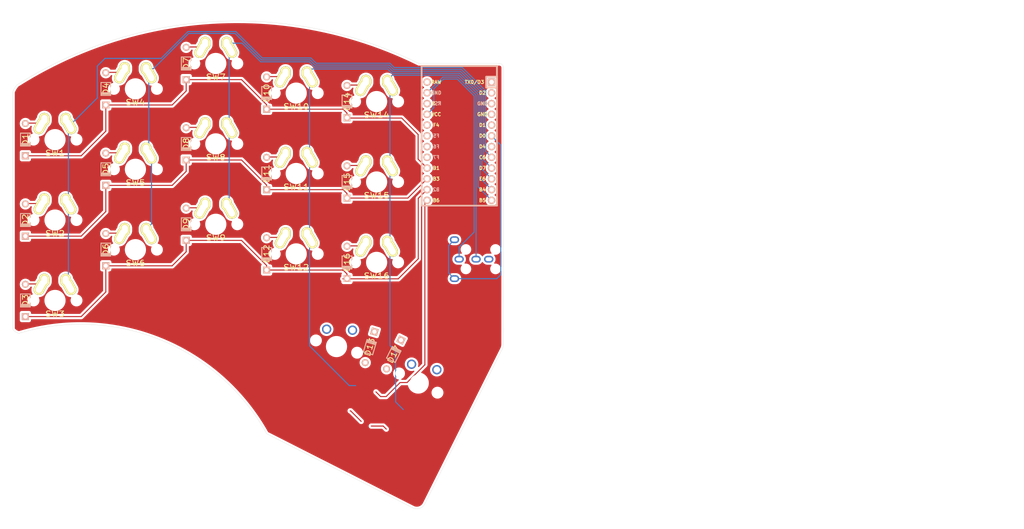
<source format=kicad_pcb>
(kicad_pcb (version 20211014) (generator pcbnew)
  (layers (0 "F.Cu" signal) (31 "B.Cu" signal) (34 "B.Paste" user) (35 "F.Paste" user) (36 "B.SilkS" user "B.Silkscreen") (37 "F.SilkS" user "F.Silkscreen") (38 "B.Mask" user) (39 "F.Mask" user) (44 "Edge.Cuts" user))
  (net 0 "")
  (net 1 "Net-(D1-Pad2)")
  (net 2 "Net-(D2-Pad2)")
  (net 3 "Net-(D3-Pad2)")
  (net 4 "Net-(D5-Pad2)")
  (net 5 "Net-(D6-Pad2)")
  (net 6 "Net-(D7-Pad2)")
  (net 7 "ROW2")
  (net 8 "Net-(D10-Pad2)")
  (net 9 "Net-(D11-Pad2)")
  (net 10 "Net-(D12-Pad2)")
  (net 11 "Net-(D15-Pad2)")
  (net 12 "Net-(D16-Pad2)")
  (net 13 "Net-(D17-Pad2)")
  (net 14 "ROW1")
  (net 15 "ROW3")
  (net 16 "COL0")
  (net 17 "COL1")
  (net 18 "COL2")
  (net 19 "COL3")
  (net 20 "COL4")
  (net 21 "ROW0")
  (net 22 "SDA")
  (net 23 "Net-(D4-Pad2)")
  (net 24 "Net-(D8-Pad2)")
  (net 25 "Net-(D9-Pad2)")
  (net 26 "Net-(D13-Pad2)")
  (net 27 "Net-(D14-Pad2)")
  (net 28 "Net-(U1-Pad3)")
  (net 29 "Net-(U1-Pad2)")
  (footprint "footprints:1u-dual" (layer "F.Cu") (at 106 68)
    (fp_text reference "SW16" (at 0 3.175) (layer "F.SilkS") (effects (font (size 1.27 1.524) (thickness 0.2032))))
    (fp_text value "switch" hide)
    (pad "" np_thru_hole circle locked (at -5.08 0) (size 1.8 1.8) (drill 1.8) (layers *.Cu))
    (pad "" np_thru_hole circle locked (at 0 0) (size 3.9878 3.9878) (drill 3.9878) (layers *.Cu))
    (pad "" np_thru_hole circle locked (at 5.08 0) (size 1.8 1.8) (drill 1.8) (layers *.Cu))
    (pad "1" thru_hole oval locked (at -2.52 -4.79) (size 2.5 3.08) (drill oval 1.5 2.08) (layers *.Cu *.Mask "F.SilkS") (net 12 "Net-(D16-Pad2)"))
    (pad "1" thru_hole oval locked (at -3.405 -3.27 330.95) (size 2.5 4.17) (drill oval 1.5 3.17) (layers *.Cu *.Mask "F.SilkS") (net 12 "Net-(D16-Pad2)"))
    (pad "2" thru_hole oval locked (at 2.52 -4.79) (size 2.5 3.08) (drill oval 1.5 2.08) (layers *.Cu *.Mask "F.SilkS") (net 20 "COL4"))
    (pad "2" thru_hole oval locked (at 3.405 -3.27 29) (size 2.5 4.17) (drill oval 1.5 3.17) (layers *.Cu *.Mask "F.SilkS") (net 20 "COL4"))
  )
  (footprint "footprints:diode" (layer "F.Cu") (at 23 77 -90)
    (fp_text reference "D3" (at 0 0 90) (layer "F.SilkS") (effects (font (size 1.27 1.524) (thickness 0.2032))))
    (fp_text value "D" hide)
    (pad "1" thru_hole rect locked (at 3.81 0 270) (size 1.651 1.651) (drill 0.9906) (layers *.Cu *.SilkS *.Mask) (net 7 "ROW2"))
    (pad "2" thru_hole circle locked (at -3.81 0 270) (size 1.651 1.651) (drill 0.9906) (layers *.Cu *.SilkS *.Mask) (net 3 "Net-(D3-Pad2)"))
  )
  (footprint "footprints:diode" (layer "F.Cu") (at 42 27 -90)
    (fp_text reference "D4" (at 0 0 90) (layer "F.SilkS") (effects (font (size 1.27 1.524) (thickness 0.2032))))
    (fp_text value "D" hide)
    (pad "1" thru_hole rect locked (at 3.81 0 270) (size 1.651 1.651) (drill 0.9906) (layers *.Cu *.SilkS *.Mask) (net 21 "ROW0"))
    (pad "2" thru_hole circle locked (at -3.81 0 270) (size 1.651 1.651) (drill 0.9906) (layers *.Cu *.SilkS *.Mask) (net 23 "Net-(D4-Pad2)"))
  )
  (footprint "footprints:diode" (layer "F.Cu") (at 42 46 -90)
    (fp_text reference "D5" (at 0 0 90) (layer "F.SilkS") (effects (font (size 1.27 1.524) (thickness 0.2032))))
    (fp_text value "D" hide)
    (pad "1" thru_hole rect locked (at 3.81 0 270) (size 1.651 1.651) (drill 0.9906) (layers *.Cu *.SilkS *.Mask) (net 14 "ROW1"))
    (pad "2" thru_hole circle locked (at -3.81 0 270) (size 1.651 1.651) (drill 0.9906) (layers *.Cu *.SilkS *.Mask) (net 4 "Net-(D5-Pad2)"))
  )
  (footprint "footprints:diode" (layer "F.Cu") (at 42 65 -90)
    (fp_text reference "D6" (at 0 0 90) (layer "F.SilkS") (effects (font (size 1.27 1.524) (thickness 0.2032))))
    (fp_text value "D" hide)
    (pad "1" thru_hole rect locked (at 3.81 0 270) (size 1.651 1.651) (drill 0.9906) (layers *.Cu *.SilkS *.Mask) (net 7 "ROW2"))
    (pad "2" thru_hole circle locked (at -3.81 0 270) (size 1.651 1.651) (drill 0.9906) (layers *.Cu *.SilkS *.Mask) (net 5 "Net-(D6-Pad2)"))
  )
  (footprint "footprints:diode" (layer "F.Cu") (at 61 21 -90)
    (fp_text reference "D7" (at 0 0 90) (layer "F.SilkS") (effects (font (size 1.27 1.524) (thickness 0.2032))))
    (fp_text value "D" hide)
    (pad "1" thru_hole rect locked (at 3.81 0 270) (size 1.651 1.651) (drill 0.9906) (layers *.Cu *.SilkS *.Mask) (net 21 "ROW0"))
    (pad "2" thru_hole circle locked (at -3.81 0 270) (size 1.651 1.651) (drill 0.9906) (layers *.Cu *.SilkS *.Mask) (net 6 "Net-(D7-Pad2)"))
  )
  (footprint "footprints:diode" (layer "F.Cu") (at 61 40 -90)
    (fp_text reference "D8" (at 0 0 90) (layer "F.SilkS") (effects (font (size 1.27 1.524) (thickness 0.2032))))
    (fp_text value "D" hide)
    (pad "1" thru_hole rect locked (at 3.81 0 270) (size 1.651 1.651) (drill 0.9906) (layers *.Cu *.SilkS *.Mask) (net 14 "ROW1"))
    (pad "2" thru_hole circle locked (at -3.81 0 270) (size 1.651 1.651) (drill 0.9906) (layers *.Cu *.SilkS *.Mask) (net 24 "Net-(D8-Pad2)"))
  )
  (footprint "footprints:diode" (layer "F.Cu") (at 61 59 -90)
    (fp_text reference "D9" (at 0 0 90) (layer "F.SilkS") (effects (font (size 1.27 1.524) (thickness 0.2032))))
    (fp_text value "D" hide)
    (pad "1" thru_hole rect locked (at 3.81 0 270) (size 1.651 1.651) (drill 0.9906) (layers *.Cu *.SilkS *.Mask) (net 7 "ROW2"))
    (pad "2" thru_hole circle locked (at -3.81 0 270) (size 1.651 1.651) (drill 0.9906) (layers *.Cu *.SilkS *.Mask) (net 25 "Net-(D9-Pad2)"))
  )
  (footprint "footprints:diode" (layer "F.Cu") (at 80 28 -90)
    (fp_text reference "D10" (at 0 0 90) (layer "F.SilkS") (effects (font (size 1.27 1.524) (thickness 0.2032))))
    (fp_text value "D" hide)
    (pad "1" thru_hole rect locked (at 3.81 0 270) (size 1.651 1.651) (drill 0.9906) (layers *.Cu *.SilkS *.Mask) (net 21 "ROW0"))
    (pad "2" thru_hole circle locked (at -3.81 0 270) (size 1.651 1.651) (drill 0.9906) (layers *.Cu *.SilkS *.Mask) (net 8 "Net-(D10-Pad2)"))
  )
  (footprint "footprints:diode" (layer "F.Cu") (at 80 47 -90)
    (fp_text reference "D11" (at 0 0 90) (layer "F.SilkS") (effects (font (size 1.27 1.524) (thickness 0.2032))))
    (fp_text value "D" hide)
    (pad "1" thru_hole rect locked (at 3.81 0 270) (size 1.651 1.651) (drill 0.9906) (layers *.Cu *.SilkS *.Mask) (net 14 "ROW1"))
    (pad "2" thru_hole circle locked (at -3.81 0 270) (size 1.651 1.651) (drill 0.9906) (layers *.Cu *.SilkS *.Mask) (net 9 "Net-(D11-Pad2)"))
  )
  (footprint "footprints:diode" (layer "F.Cu") (at 80 66 -90)
    (fp_text reference "D12" (at 0 0 90) (layer "F.SilkS") (effects (font (size 1.27 1.524) (thickness 0.2032))))
    (fp_text value "D" hide)
    (pad "1" thru_hole rect locked (at 3.81 0 270) (size 1.651 1.651) (drill 0.9906) (layers *.Cu *.SilkS *.Mask) (net 7 "ROW2"))
    (pad "2" thru_hole circle locked (at -3.81 0 270) (size 1.651 1.651) (drill 0.9906) (layers *.Cu *.SilkS *.Mask) (net 10 "Net-(D12-Pad2)"))
  )
  (footprint "footprints:diode" (layer "F.Cu") (at 99 30 -90)
    (fp_text reference "D14" (at 0 0 90) (layer "F.SilkS") (effects (font (size 1.27 1.524) (thickness 0.2032))))
    (fp_text value "D" hide)
    (pad "1" thru_hole rect locked (at 3.81 0 270) (size 1.651 1.651) (drill 0.9906) (layers *.Cu *.SilkS *.Mask) (net 21 "ROW0"))
    (pad "2" thru_hole circle locked (at -3.81 0 270) (size 1.651 1.651) (drill 0.9906) (layers *.Cu *.SilkS *.Mask) (net 27 "Net-(D14-Pad2)"))
  )
  (footprint "footprints:diode" (layer "F.Cu") (at 99 68 -90)
    (fp_text reference "D16" (at 0 0 90) (layer "F.SilkS") (effects (font (size 1.27 1.524) (thickness 0.2032))))
    (fp_text value "D" hide)
    (pad "1" thru_hole rect locked (at 3.81 0 270) (size 1.651 1.651) (drill 0.9906) (layers *.Cu *.SilkS *.Mask) (net 7 "ROW2"))
    (pad "2" thru_hole circle locked (at -3.81 0 270) (size 1.651 1.651) (drill 0.9906) (layers *.Cu *.SilkS *.Mask) (net 12 "Net-(D16-Pad2)"))
  )
  (footprint "footprints:1u-dual" (layer "F.Cu") (at 30 39)
    (fp_text reference "SW1" (at 0 3.175) (layer "F.SilkS") (effects (font (size 1.27 1.524) (thickness 0.2032))))
    (fp_text value "switch" hide)
    (pad "" np_thru_hole circle locked (at 5.08 0) (size 1.8 1.8) (drill 1.8) (layers *.Cu))
    (pad "" np_thru_hole circle locked (at -5.08 0) (size 1.8 1.8) (drill 1.8) (layers *.Cu))
    (pad "" np_thru_hole circle locked (at 0 0) (size 3.9878 3.9878) (drill 3.9878) (layers *.Cu))
    (pad "1" thru_hole oval locked (at -2.52 -4.79) (size 2.5 3.08) (drill oval 1.5 2.08) (layers *.Cu *.Mask "F.SilkS") (net 1 "Net-(D1-Pad2)"))
    (pad "1" thru_hole oval locked (at -3.405 -3.27 330.95) (size 2.5 4.17) (drill oval 1.5 3.17) (layers *.Cu *.Mask "F.SilkS") (net 1 "Net-(D1-Pad2)"))
    (pad "2" thru_hole oval locked (at 3.405 -3.27 29) (size 2.5 4.17) (drill oval 1.5 3.17) (layers *.Cu *.Mask "F.SilkS") (net 16 "COL0"))
    (pad "2" thru_hole oval locked (at 2.52 -4.79) (size 2.5 3.08) (drill oval 1.5 2.08) (layers *.Cu *.Mask "F.SilkS") (net 16 "COL0"))
  )
  (footprint "footprints:1u-dual" (layer "F.Cu") (at 30 58)
    (fp_text reference "SW2" (at 0 3.175) (layer "F.SilkS") (effects (font (size 1.27 1.524) (thickness 0.2032))))
    (fp_text value "switch" hide)
    (pad "" np_thru_hole circle locked (at 0 0) (size 3.9878 3.9878) (drill 3.9878) (layers *.Cu))
    (pad "" np_thru_hole circle locked (at 5.08 0) (size 1.8 1.8) (drill 1.8) (layers *.Cu))
    (pad "" np_thru_hole circle locked (at -5.08 0) (size 1.8 1.8) (drill 1.8) (layers *.Cu))
    (pad "1" thru_hole oval locked (at -3.405 -3.27 330.95) (size 2.5 4.17) (drill oval 1.5 3.17) (layers *.Cu *.Mask "F.SilkS") (net 2 "Net-(D2-Pad2)"))
    (pad "1" thru_hole oval locked (at -2.52 -4.79) (size 2.5 3.08) (drill oval 1.5 2.08) (layers *.Cu *.Mask "F.SilkS") (net 2 "Net-(D2-Pad2)"))
    (pad "2" thru_hole oval locked (at 2.52 -4.79) (size 2.5 3.08) (drill oval 1.5 2.08) (layers *.Cu *.Mask "F.SilkS") (net 16 "COL0"))
    (pad "2" thru_hole oval locked (at 3.405 -3.27 29) (size 2.5 4.17) (drill oval 1.5 3.17) (layers *.Cu *.Mask "F.SilkS") (net 16 "COL0"))
  )
  (footprint "footprints:1u-dual" (layer "F.Cu") (at 30 77)
    (fp_text reference "SW3" (at 0 3.175) (layer "F.SilkS") (effects (font (size 1.27 1.524) (thickness 0.2032))))
    (fp_text value "switch" hide)
    (pad "" np_thru_hole circle locked (at -5.08 0) (size 1.8 1.8) (drill 1.8) (layers *.Cu))
    (pad "" np_thru_hole circle locked (at 5.08 0) (size 1.8 1.8) (drill 1.8) (layers *.Cu))
    (pad "" np_thru_hole circle locked (at 0 0) (size 3.9878 3.9878) (drill 3.9878) (layers *.Cu))
    (pad "1" thru_hole oval locked (at -3.405 -3.27 330.95) (size 2.5 4.17) (drill oval 1.5 3.17) (layers *.Cu *.Mask "F.SilkS") (net 3 "Net-(D3-Pad2)"))
    (pad "1" thru_hole oval locked (at -2.52 -4.79) (size 2.5 3.08) (drill oval 1.5 2.08) (layers *.Cu *.Mask "F.SilkS") (net 3 "Net-(D3-Pad2)"))
    (pad "2" thru_hole oval locked (at 2.52 -4.79) (size 2.5 3.08) (drill oval 1.5 2.08) (layers *.Cu *.Mask "F.SilkS") (net 16 "COL0"))
    (pad "2" thru_hole oval locked (at 3.405 -3.27 29) (size 2.5 4.17) (drill oval 1.5 3.17) (layers *.Cu *.Mask "F.SilkS") (net 16 "COL0"))
  )
  (footprint "footprints:1u-dual" (layer "F.Cu") (at 49 27)
    (fp_text reference "SW4" (at 0 3.175) (layer "F.SilkS") (effects (font (size 1.27 1.524) (thickness 0.2032))))
    (fp_text value "switch" hide)
    (pad "" np_thru_hole circle locked (at -5.08 0) (size 1.8 1.8) (drill 1.8) (layers *.Cu))
    (pad "" np_thru_hole circle locked (at 0 0) (size 3.9878 3.9878) (drill 3.9878) (layers *.Cu))
    (pad "" np_thru_hole circle locked (at 5.08 0) (size 1.8 1.8) (drill 1.8) (layers *.Cu))
    (pad "1" thru_hole oval locked (at -3.405 -3.27 330.95) (size 2.5 4.17) (drill oval 1.5 3.17) (layers *.Cu *.Mask "F.SilkS") (net 23 "Net-(D4-Pad2)"))
    (pad "1" thru_hole oval locked (at -2.52 -4.79) (size 2.5 3.08) (drill oval 1.5 2.08) (layers *.Cu *.Mask "F.SilkS") (net 23 "Net-(D4-Pad2)"))
    (pad "2" thru_hole oval locked (at 2.52 -4.79) (size 2.5 3.08) (drill oval 1.5 2.08) (layers *.Cu *.Mask "F.SilkS") (net 17 "COL1"))
    (pad "2" thru_hole oval locked (at 3.405 -3.27 29) (size 2.5 4.17) (drill oval 1.5 3.17) (layers *.Cu *.Mask "F.SilkS") (net 17 "COL1"))
  )
  (footprint "footprints:1u-dual" (layer "F.Cu") (at 49 46)
    (fp_text reference "SW5" (at 0 3.175) (layer "F.SilkS") (effects (font (size 1.27 1.524) (thickness 0.2032))))
    (fp_text value "switch" hide)
    (pad "" np_thru_hole circle locked (at -5.08 0) (size 1.8 1.8) (drill 1.8) (layers *.Cu))
    (pad "" np_thru_hole circle locked (at 5.08 0) (size 1.8 1.8) (drill 1.8) (layers *.Cu))
    (pad "" np_thru_hole circle locked (at 0 0) (size 3.9878 3.9878) (drill 3.9878) (layers *.Cu))
    (pad "1" thru_hole oval locked (at -2.52 -4.79) (size 2.5 3.08) (drill oval 1.5 2.08) (layers *.Cu *.Mask "F.SilkS") (net 4 "Net-(D5-Pad2)"))
    (pad "1" thru_hole oval locked (at -3.405 -3.27 330.95) (size 2.5 4.17) (drill oval 1.5 3.17) (layers *.Cu *.Mask "F.SilkS") (net 4 "Net-(D5-Pad2)"))
    (pad "2" thru_hole oval locked (at 3.405 -3.27 29) (size 2.5 4.17) (drill oval 1.5 3.17) (layers *.Cu *.Mask "F.SilkS") (net 17 "COL1"))
    (pad "2" thru_hole oval locked (at 2.52 -4.79) (size 2.5 3.08) (drill oval 1.5 2.08) (layers *.Cu *.Mask "F.SilkS") (net 17 "COL1"))
  )
  (footprint "footprints:1u-dual" (layer "F.Cu") (at 49 65)
    (fp_text reference "SW6" (at 0 3.175) (layer "F.SilkS") (effects (font (size 1.27 1.524) (thickness 0.2032))))
    (fp_text value "switch" hide)
    (pad "" np_thru_hole circle locked (at 5.08 0) (size 1.8 1.8) (drill 1.8) (layers *.Cu))
    (pad "" np_thru_hole circle locked (at -5.08 0) (size 1.8 1.8) (drill 1.8) (layers *.Cu))
    (pad "" np_thru_hole circle locked (at 0 0) (size 3.9878 3.9878) (drill 3.9878) (layers *.Cu))
    (pad "1" thru_hole oval locked (at -2.52 -4.79) (size 2.5 3.08) (drill oval 1.5 2.08) (layers *.Cu *.Mask "F.SilkS") (net 5 "Net-(D6-Pad2)"))
    (pad "1" thru_hole oval locked (at -3.405 -3.27 330.95) (size 2.5 4.17) (drill oval 1.5 3.17) (layers *.Cu *.Mask "F.SilkS") (net 5 "Net-(D6-Pad2)"))
    (pad "2" thru_hole oval locked (at 2.52 -4.79) (size 2.5 3.08) (drill oval 1.5 2.08) (layers *.Cu *.Mask "F.SilkS") (net 17 "COL1"))
    (pad "2" thru_hole oval locked (at 3.405 -3.27 29) (size 2.5 4.17) (drill oval 1.5 3.17) (layers *.Cu *.Mask "F.SilkS") (net 17 "COL1"))
  )
  (footprint "footprints:1u-dual" (layer "F.Cu") (at 68 21)
    (fp_text reference "SW7" (at 0 3.175) (layer "F.SilkS") (effects (font (size 1.27 1.524) (thickness 0.2032))))
    (fp_text value "switch" hide)
    (pad "" np_thru_hole circle locked (at 0 0) (size 3.9878 3.9878) (drill 3.9878) (layers *.Cu))
    (pad "" np_thru_hole circle locked (at -5.08 0) (size 1.8 1.8) (drill 1.8) (layers *.Cu))
    (pad "" np_thru_hole circle locked (at 5.08 0) (size 1.8 1.8) (drill 1.8) (layers *.Cu))
    (pad "1" thru_hole oval locked (at -2.52 -4.79) (size 2.5 3.08) (drill oval 1.5 2.08) (layers *.Cu *.Mask "F.SilkS") (net 6 "Net-(D7-Pad2)"))
    (pad "1" thru_hole oval locked (at -3.405 -3.27 330.95) (size 2.5 4.17) (drill oval 1.5 3.17) (layers *.Cu *.Mask "F.SilkS") (net 6 "Net-(D7-Pad2)"))
    (pad "2" thru_hole oval locked (at 3.405 -3.27 29) (size 2.5 4.17) (drill oval 1.5 3.17) (layers *.Cu *.Mask "F.SilkS") (net 18 "COL2"))
    (pad "2" thru_hole oval locked (at 2.52 -4.79) (size 2.5 3.08) (drill oval 1.5 2.08) (layers *.Cu *.Mask "F.SilkS") (net 18 "COL2"))
  )
  (footprint "footprints:1u-dual" (layer "F.Cu") (at 68 40)
    (fp_text reference "SW8" (at 0 3.175) (layer "F.SilkS") (effects (font (size 1.27 1.524) (thickness 0.2032))))
    (fp_text value "switch" hide)
    (pad "" np_thru_hole circle locked (at 5.08 0) (size 1.8 1.8) (drill 1.8) (layers *.Cu))
    (pad "" np_thru_hole circle locked (at 0 0) (size 3.9878 3.9878) (drill 3.9878) (layers *.Cu))
    (pad "" np_thru_hole circle locked (at -5.08 0) (size 1.8 1.8) (drill 1.8) (layers *.Cu))
    (pad "1" thru_hole oval locked (at -3.405 -3.27 330.95) (size 2.5 4.17) (drill oval 1.5 3.17) (layers *.Cu *.Mask "F.SilkS") (net 24 "Net-(D8-Pad2)"))
    (pad "1" thru_hole oval locked (at -2.52 -4.79) (size 2.5 3.08) (drill oval 1.5 2.08) (layers *.Cu *.Mask "F.SilkS") (net 24 "Net-(D8-Pad2)"))
    (pad "2" thru_hole oval locked (at 3.405 -3.27 29) (size 2.5 4.17) (drill oval 1.5 3.17) (layers *.Cu *.Mask "F.SilkS") (net 18 "COL2"))
    (pad "2" thru_hole oval locked (at 2.52 -4.79) (size 2.5 3.08) (drill oval 1.5 2.08) (layers *.Cu *.Mask "F.SilkS") (net 18 "COL2"))
  )
  (footprint "footprints:1u-dual" (layer "F.Cu") (at 68 59)
    (fp_text reference "SW9" (at 0 3.175) (layer "F.SilkS") (effects (font (size 1.27 1.524) (thickness 0.2032))))
    (fp_text value "switch" hide)
    (pad "" np_thru_hole circle locked (at 0 0) (size 3.9878 3.9878) (drill 3.9878) (layers *.Cu))
    (pad "" np_thru_hole circle locked (at -5.08 0) (size 1.8 1.8) (drill 1.8) (layers *.Cu))
    (pad "" np_thru_hole circle locked (at 5.08 0) (size 1.8 1.8) (drill 1.8) (layers *.Cu))
    (pad "1" thru_hole oval locked (at -3.405 -3.27 330.95) (size 2.5 4.17) (drill oval 1.5 3.17) (layers *.Cu *.Mask "F.SilkS") (net 25 "Net-(D9-Pad2)"))
    (pad "1" thru_hole oval locked (at -2.52 -4.79) (size 2.5 3.08) (drill oval 1.5 2.08) (layers *.Cu *.Mask "F.SilkS") (net 25 "Net-(D9-Pad2)"))
    (pad "2" thru_hole oval locked (at 2.52 -4.79) (size 2.5 3.08) (drill oval 1.5 2.08) (layers *.Cu *.Mask "F.SilkS") (net 18 "COL2"))
    (pad "2" thru_hole oval locked (at 3.405 -3.27 29) (size 2.5 4.17) (drill oval 1.5 3.17) (layers *.Cu *.Mask "F.SilkS") (net 18 "COL2"))
  )
  (footprint "footprints:1u-dual" (layer "F.Cu") (at 87 28)
    (fp_text reference "SW10" (at 0 3.175) (layer "F.SilkS") (effects (font (size 1.27 1.524) (thickness 0.2032))))
    (fp_text value "switch" hide)
    (pad "" np_thru_hole circle locked (at 5.08 0) (size 1.8 1.8) (drill 1.8) (layers *.Cu))
    (pad "" np_thru_hole circle locked (at -5.08 0) (size 1.8 1.8) (drill 1.8) (layers *.Cu))
    (pad "" np_thru_hole circle locked (at 0 0) (size 3.9878 3.9878) (drill 3.9878) (layers *.Cu))
    (pad "1" thru_hole oval locked (at -2.52 -4.79) (size 2.5 3.08) (drill oval 1.5 2.08) (layers *.Cu *.Mask "F.SilkS") (net 8 "Net-(D10-Pad2)"))
    (pad "1" thru_hole oval locked (at -3.405 -3.27 330.95) (size 2.5 4.17) (drill oval 1.5 3.17) (layers *.Cu *.Mask "F.SilkS") (net 8 "Net-(D10-Pad2)"))
    (pad "2" thru_hole oval locked (at 2.52 -4.79) (size 2.5 3.08) (drill oval 1.5 2.08) (layers *.Cu *.Mask "F.SilkS") (net 19 "COL3"))
    (pad "2" thru_hole oval locked (at 3.405 -3.27 29) (size 2.5 4.17) (drill oval 1.5 3.17) (layers *.Cu *.Mask "F.SilkS") (net 19 "COL3"))
  )
  (footprint "footprints:1u-dual" (layer "F.Cu") (at 87 47)
    (fp_text reference "SW11" (at 0 3.175) (layer "F.SilkS") (effects (font (size 1.27 1.524) (thickness 0.2032))))
    (fp_text value "switch" hide)
    (pad "" np_thru_hole circle locked (at 0 0) (size 3.9878 3.9878) (drill 3.9878) (layers *.Cu))
    (pad "" np_thru_hole circle locked (at -5.08 0) (size 1.8 1.8) (drill 1.8) (layers *.Cu))
    (pad "" np_thru_hole circle locked (at 5.08 0) (size 1.8 1.8) (drill 1.8) (layers *.Cu))
    (pad "1" thru_hole oval locked (at -2.52 -4.79) (size 2.5 3.08) (drill oval 1.5 2.08) (layers *.Cu *.Mask "F.SilkS") (net 9 "Net-(D11-Pad2)"))
    (pad "1" thru_hole oval locked (at -3.405 -3.27 330.95) (size 2.5 4.17) (drill oval 1.5 3.17) (layers *.Cu *.Mask "F.SilkS") (net 9 "Net-(D11-Pad2)"))
    (pad "2" thru_hole oval locked (at 3.405 -3.27 29) (size 2.5 4.17) (drill oval 1.5 3.17) (layers *.Cu *.Mask "F.SilkS") (net 19 "COL3"))
    (pad "2" thru_hole oval locked (at 2.52 -4.79) (size 2.5 3.08) (drill oval 1.5 2.08) (layers *.Cu *.Mask "F.SilkS") (net 19 "COL3"))
  )
  (footprint "footprints:1u-dual" (layer "F.Cu") (at 87 66)
    (fp_text reference "SW12" (at 0 3.175) (layer "F.SilkS") (effects (font (size 1.27 1.524) (thickness 0.2032))))
    (fp_text value "switch" hide)
    (pad "" np_thru_hole circle locked (at -5.08 0) (size 1.8 1.8) (drill 1.8) (layers *.Cu))
    (pad "" np_thru_hole circle locked (at 0 0) (size 3.9878 3.9878) (drill 3.9878) (layers *.Cu))
    (pad "" np_thru_hole circle locked (at 5.08 0) (size 1.8 1.8) (drill 1.8) (layers *.Cu))
    (pad "1" thru_hole oval locked (at -2.52 -4.79) (size 2.5 3.08) (drill oval 1.5 2.08) (layers *.Cu *.Mask "F.SilkS") (net 10 "Net-(D12-Pad2)"))
    (pad "1" thru_hole oval locked (at -3.405 -3.27 330.95) (size 2.5 4.17) (drill oval 1.5 3.17) (layers *.Cu *.Mask "F.SilkS") (net 10 "Net-(D12-Pad2)"))
    (pad "2" thru_hole oval locked (at 2.52 -4.79) (size 2.5 3.08) (drill oval 1.5 2.08) (layers *.Cu *.Mask "F.SilkS") (net 19 "COL3"))
    (pad "2" thru_hole oval locked (at 3.405 -3.27 29) (size 2.5 4.17) (drill oval 1.5 3.17) (layers *.Cu *.Mask "F.SilkS") (net 19 "COL3"))
  )
  (footprint "footprints:1u-dual" (layer "F.Cu") (at 106 30)
    (fp_text reference "SW14" (at 0 3.175) (layer "F.SilkS") (effects (font (size 1.27 1.524) (thickness 0.2032))))
    (fp_text value "switch" hide)
    (pad "" np_thru_hole circle locked (at 5.08 0) (size 1.8 1.8) (drill 1.8) (layers *.Cu))
    (pad "" np_thru_hole circle locked (at 0 0) (size 3.9878 3.9878) (drill 3.9878) (layers *.Cu))
    (pad "" np_thru_hole circle locked (at -5.08 0) (size 1.8 1.8) (drill 1.8) (layers *.Cu))
    (pad "1" thru_hole oval locked (at -3.405 -3.27 330.95) (size 2.5 4.17) (drill oval 1.5 3.17) (layers *.Cu *.Mask "F.SilkS") (net 27 "Net-(D14-Pad2)"))
    (pad "1" thru_hole oval locked (at -2.52 -4.79) (size 2.5 3.08) (drill oval 1.5 2.08) (layers *.Cu *.Mask "F.SilkS") (net 27 "Net-(D14-Pad2)"))
    (pad "2" thru_hole oval locked (at 3.405 -3.27 29) (size 2.5 4.17) (drill oval 1.5 3.17) (layers *.Cu *.Mask "F.SilkS") (net 20 "COL4"))
    (pad "2" thru_hole oval locked (at 2.52 -4.79) (size 2.5 3.08) (drill oval 1.5 2.08) (layers *.Cu *.Mask "F.SilkS") (net 20 "COL4"))
  )
  (footprint "footprints:1u-dual" (layer "F.Cu") (at 106 49)
    (fp_text reference "SW15" (at 0 3.175) (layer "F.SilkS") (effects (font (size 1.27 1.524) (thickness 0.2032))))
    (fp_text value "switch" hide)
    (pad "" np_thru_hole circle locked (at 0 0) (size 3.9878 3.9878) (drill 3.9878) (layers *.Cu))
    (pad "" np_thru_hole circle locked (at 5.08 0) (size 1.8 1.8) (drill 1.8) (layers *.Cu))
    (pad "" np_thru_hole circle locked (at -5.08 0) (size 1.8 1.8) (drill 1.8) (layers *.Cu))
    (pad "1" thru_hole oval locked (at -2.52 -4.79) (size 2.5 3.08) (drill oval 1.5 2.08) (layers *.Cu *.Mask "F.SilkS") (net 11 "Net-(D15-Pad2)"))
    (pad "1" thru_hole oval locked (at -3.405 -3.27 330.95) (size 2.5 4.17) (drill oval 1.5 3.17) (layers *.Cu *.Mask "F.SilkS") (net 11 "Net-(D15-Pad2)"))
    (pad "2" thru_hole oval locked (at 2.52 -4.79) (size 2.5 3.08) (drill oval 1.5 2.08) (layers *.Cu *.Mask "F.SilkS") (net 20 "COL4"))
    (pad "2" thru_hole oval locked (at 3.405 -3.27 29) (size 2.5 4.17) (drill oval 1.5 3.17) (layers *.Cu *.Mask "F.SilkS") (net 20 "COL4"))
  )
  (footprint "footprints:diode" (layer "F.Cu") (at 23 39 -90)
    (fp_text reference "D1" (at 0 0 90) (layer "F.SilkS") (effects (font (size 1.27 1.524) (thickness 0.2032))))
    (fp_text value "D" hide)
    (pad "1" thru_hole rect locked (at 3.81 0 270) (size 1.651 1.651) (drill 0.9906) (layers *.Cu *.SilkS *.Mask) (net 21 "ROW0"))
    (pad "2" thru_hole circle locked (at -3.81 0 270) (size 1.651 1.651) (drill 0.9906) (layers *.Cu *.SilkS *.Mask) (net 1 "Net-(D1-Pad2)"))
  )
  (footprint "footprints:diode" (layer "F.Cu") (at 104.397119 88.037509 73.4)
    (fp_text reference "D13" (at 0 0 73.4) (layer "F.SilkS") (effects (font (size 1.27 1.524) (thickness 0.2032))))
    (fp_text value "D" hide)
    (pad "1" thru_hole rect locked (at 3.81 0 73.4) (size 1.651 1.651) (drill 0.9906) (layers *.Cu *.SilkS *.Mask) (net 15 "ROW3"))
    (pad "2" thru_hole circle locked (at -3.81 0 73.4) (size 1.651 1.651) (drill 0.9906) (layers *.Cu *.SilkS *.Mask) (net 26 "Net-(D13-Pad2)"))
  )
  (footprint "footprints:diode" (layer "F.Cu") (at 110.054038 89.766728 63.4)
    (fp_text reference "D17" (at 0 0 63.4) (layer "F.SilkS") (effects (font (size 1.27 1.524) (thickness 0.2032))))
    (fp_text value "D" hide)
    (pad "1" thru_hole rect locked (at 3.81 0 63.4) (size 1.651 1.651) (drill 0.9906) (layers *.Cu *.SilkS *.Mask) (net 15 "ROW3"))
    (pad "2" thru_hole circle locked (at -3.81 0 63.4) (size 1.651 1.651) (drill 0.9906) (layers *.Cu *.SilkS *.Mask) (net 13 "Net-(D17-Pad2)"))
  )
  (footprint "footprints:1u-minimal" (layer "F.Cu") (at 96.52 87.9 -16.6)
    (fp_text reference "SW13" hide)
    (fp_text value "switch" hide)
    (pad "" np_thru_hole circle locked (at 5.08 0 343.4) (size 1.8 1.8) (drill 1.8) (layers *.Cu *.Mask))
    (pad "" np_thru_hole circle locked (at 0 0 343.4) (size 3.9878 3.9878) (drill 3.9878) (layers *.Cu *.Mask))
    (pad "" np_thru_hole circle locked (at -5.08 0 343.4) (size 1.8 1.8) (drill 1.8) (layers *.Cu *.Mask))
    (pad "1" thru_hole circle locked (at -3.405 -3.27 12.4) (size 2.2 2.2) (drill 1.5) (layers *.Cu *.Mask) (net 19 "COL3"))
    (pad "2" thru_hole circle locked (at 2.52 -4.79 343.4) (size 2.2 2.2) (drill 1.5) (layers *.Cu *.Mask) (net 26 "Net-(D13-Pad2)"))
  )
  (footprint "footprints:1u-minimal" (layer "F.Cu") (at 115.84 96.52 -26.6)
    (fp_text reference "SW17" hide)
    (fp_text value "switch" hide)
    (pad "" np_thru_hole circle locked (at -5.08 0 333.4) (size 1.8 1.8) (drill 1.8) (layers *.Cu *.Mask))
    (pad "" np_thru_hole circle locked (at 5.08 0 333.4) (size 1.8 1.8) (drill 1.8) (layers *.Cu *.Mask))
    (pad "" np_thru_hole circle locked (at 0 0 333.4) (size 3.9878 3.9878) (drill 3.9878) (layers *.Cu *.Mask))
    (pad "1" thru_hole circle locked (at -3.405 -3.27 2.4) (size 2.2 2.2) (drill 1.5) (layers *.Cu *.Mask) (net 13 "Net-(D17-Pad2)"))
    (pad "2" thru_hole circle locked (at 2.52 -4.79 333.4) (size 2.2 2.2) (drill 1.5) (layers *.Cu *.Mask) (net 20 "COL4"))
  )
  (footprint "footprints:diode" (layer "F.Cu") (at 23 58 -90)
    (fp_text reference "D2" (at 0 0 90) (layer "F.SilkS") (effects (font (size 1.27 1.524) (thickness 0.2032))))
    (fp_text value "D" hide)
    (pad "1" thru_hole rect locked (at 3.81 0 270) (size 1.651 1.651) (drill 0.9906) (layers *.Cu *.SilkS *.Mask) (net 14 "ROW1"))
    (pad "2" thru_hole circle locked (at -3.81 0 270) (size 1.651 1.651) (drill 0.9906) (layers *.Cu *.SilkS *.Mask) (net 2 "Net-(D2-Pad2)"))
  )
  (footprint "footprints:diode" (layer "F.Cu") (at 99 49 -90)
    (fp_text reference "D15" (at 0 0 90) (layer "F.SilkS") (effects (font (size 1.27 1.524) (thickness 0.2032))))
    (fp_text value "D" hide)
    (pad "1" thru_hole rect locked (at 3.81 0 270) (size 1.651 1.651) (drill 0.9906) (layers *.Cu *.SilkS *.Mask) (net 14 "ROW1"))
    (pad "2" thru_hole circle locked (at -3.81 0 270) (size 1.651 1.651) (drill 0.9906) (layers *.Cu *.SilkS *.Mask) (net 11 "Net-(D15-Pad2)"))
  )
  (footprint "footprints:trrs" (layer "B.Cu") (at 135.7 67.25 90)
    (fp_text reference "U1")
    (fp_text value "TRRS")
    (pad "" np_thru_hole circle locked (at -2.3 -1.6 90) (size 1.5 1.5) (drill 1.5) (layers *.Cu *.Mask))
    (pad "" np_thru_hole circle locked (at 2.3 -8.6 90) (size 1.5 1.5) (drill 1.5) (layers *.Cu *.Mask))
    (pad "" np_thru_hole circle locked (at -2.3 -8.6 90) (size 1.5 1.5) (drill 1.5) (layers *.Cu *.Mask))
    (pad "" np_thru_hole circle locked (at 2.3 -1.6 90) (size 1.5 1.5) (drill 1.5) (layers *.Cu *.Mask))
    (pad "1" thru_hole oval locked (at 4.6 -11.3 90) (size 1.6 2.2) (drill oval 0.9 1.5) (layers *.Cu *.Mask) (net 22 "SDA"))
    (pad "1" thru_hole oval locked (at -4.6 -11.3 90) (size 1.6 2.2) (drill oval 0.9 1.5) (layers *.Cu *.Mask) (net 22 "SDA"))
    (pad "2" thru_hole oval locked (at 0 -10.2 90) (size 1.6 2.2) (drill oval 0.9 1.5) (layers *.Cu *.Mask) (net 29 "Net-(U1-Pad2)"))
    (pad "3" thru_hole oval locked (at 0 -6.2 90) (size 1.6 2.2) (drill oval 0.9 1.5) (layers *.Cu *.Mask) (net 28 "Net-(U1-Pad3)"))
    (pad "4" thru_hole oval locked (at 0 -3.2 90) (size 1.6 2.2) (drill oval 0.9 1.5) (layers *.Cu *.Mask))
  )
  (footprint "footprints:promicro" (layer "B.Cu") (at 125.54 39.37 -90)
    (fp_text reference "U2" hide)
    (fp_text value "ProMicro" hide)
    (fp_text user "GND" (at -11.43 5.461 180) (layer "B.SilkS") (effects (font (size 0.8 0.8)) (justify mirror)))
    (fp_text user "F7" (at 3.81 5.461 180) (layer "B.SilkS") (effects (font (size 0.8 0.8)) (justify mirror)))
    (fp_text user "ST" (at -8.92 5.73312 180) (layer "B.SilkS") (effects (font (size 0.8 0.8)) (justify mirror)))
    (fp_text user "F6" (at 1.27 5.461 180) (layer "B.SilkS") (effects (font (size 0.8 0.8)) (justify mirror)))
    (fp_text user "F5" (at -1.27 5.461 180) (layer "B.SilkS") (effects (font (size 0.8 0.8)) (justify mirror)))
    (fp_text user "ST" (at -8.92 5.73312 180) (layer "B.SilkS") (effects (font (size 0.8 0.8)) (justify mirror)))
    (fp_text user "F6" (at 1.27 5.461 180) (layer "B.SilkS") (effects (font (size 0.8 0.8)) (justify mirror)))
    (fp_text user "GND" (at -8.89 -5.461 180) (layer "B.SilkS") (effects (font (size 0.8 0.8)) (justify mirror)))
    (fp_text user "F5" (at -1.27 5.461 180) (layer "B.SilkS") (effects (font (size 0.8 0.8)) (justify mirror)))
    (fp_text user "B2" (at 11.43 5.461 180) (layer "B.SilkS") (effects (font (size 0.8 0.8)) (justify mirror)))
    (fp_text user "B2" (at 11.43 5.461 180) (layer "B.SilkS") (effects (font (size 0.8 0.8)) (justify mirror)))
    (fp_text user "F7" (at 3.81 5.461 180) (layer "B.SilkS") (effects (font (size 0.8 0.8)) (justify mirror)))
    (fp_text user "GND" (at -6.35 -5.461 180) (layer "F.SilkS") (effects (font (size 0.8 0.8))))
    (fp_text user "D0" (at -1.27 -5.461 180) (layer "F.SilkS") (effects (font (size 0.8 0.8))))
    (fp_text user "C6" (at 3.81 -5.461 180) (layer "F.SilkS") (effects (font (size 0.8 0.8))))
    (fp_text user "D7" (at 6.35 -5.461 180) (layer "F.SilkS") (effects (font (size 0.8 0.8))))
    (fp_text user "B6" (at 13.97 5.461 180) (layer "F.SilkS") (effects (font (size 0.8 0.8))))
    (fp_text user "GND" (at -8.89 -5.461 180) (layer "F.SilkS") (effects (font (size 0.8 0.8))))
    (fp_text user "B1" (at 6.35 5.461 180) (layer "F.SilkS") (effects (font (size 0.8 0.8))))
    (fp_text user "VCC" (at -6.35 5.461 180) (layer "F.SilkS") (effects (font (size 0.8 0.8))))
    (fp_text user "TX0/D3" (at -13.97 -3.571872 180) (layer "F.SilkS") (effects (font (size 0.8 0.8))))
    (fp_text user "D4" (at 1.27 -5.461 180) (layer "F.SilkS") (effects (font (size 0.8 0.8))))
    (fp_text user "D2" (at -11.43 -5.461 180) (layer "F.SilkS") (effects (font (size 0.8 0.8))))
    (fp_text user "C6" (at 3.81 -5.461 180) (layer "F.SilkS") (effects (font (size 0.8 0.8))))
    (fp_text user "B6" (at 13.97 5.461 180) (layer "F.SilkS") (effects (font (size 0.8 0.8))))
    (fp_text user "GND" (at -6.35 -5.461 180) (layer "F.SilkS") (effects (font (size 0.8 0.8))))
    (fp_text user "RAW" (at -13.97 5.461 180) (layer "F.SilkS") (effects (font (size 0.8 0.8))))
    (fp_text user "D1" (at -3.81 -5.461 180) (layer "F.SilkS") (effects (font (size 0.8 0.8))))
    (fp_text user "B4" (at 11.43 -5.461 180) (layer "F.SilkS") (effects (font (size 0.8 0.8))))
    (fp_text user "F4" (at -3.81 5.461 180) (layer "F.SilkS") (effects (font (size 0.8 0.8))))
    (fp_text user "VCC" (at -6.35 5.461 180) (layer "F.SilkS") (effects (font (size 0.8 0.8))))
    (fp_text user "RAW" (at -13.97 5.461 180) (layer "F.SilkS") (effects (font (size 0.8 0.8))))
    (fp_text user "B4" (at 11.43 -5.461 180) (layer "F.SilkS") (effects (font (size 0.8 0.8))))
    (fp_text user "B5" (at 13.97 -5.461 180) (layer "F.SilkS") (effects (font (size 0.8 0.8))))
    (fp_text user "D7" (at 6.35 -5.461 180) (layer "F.SilkS") (effects (font (size 0.8 0.8))))
    (fp_text user "D4" (at 1.27 -5.461 180) (layer "F.SilkS") (effects (font (size 0.8 0.8))))
    (fp_text user "D0" (at -1.27 -5.461 180) (layer "F.SilkS") (effects (font (size 0.8 0.8))))
    (fp_text user "B5" (at 13.97 -5.461 180) (layer "F.SilkS") (effects (font (size 0.8 0.8))))
    (fp_text user "B3" (at 8.89 5.461 180) (layer "F.SilkS") (effects (font (size 0.8 0.8))))
    (fp_text user "D2" (at -11.43 -5.461 180) (layer "F.SilkS") (effects (font (size 0.8 0.8))))
    (fp_text user "F4" (at -3.81 5.461 180) (layer "F.SilkS") (effects (font (size 0.8 0.8))))
    (fp_text user "E6" (at 8.89 -5.461 180) (layer "F.SilkS") (effects (font (size 0.8 0.8))))
    (fp_text user "E6" (at 8.89 -5.461 180) (layer "F.SilkS") (effects (font (size 0.8 0.8))))
    (fp_text user "GND" (at -11.43 5.461 180) (layer "F.SilkS") (effects (font (size 0.8 0.8))))
    (fp_text user "B3" (at 8.89 5.461 180) (layer "F.SilkS") (effects (font (size 0.8 0.8))))
    (fp_text user "D1" (at -3.81 -5.461 180) (layer "F.SilkS") (effects (font (size 0.8 0.8))))
    (fp_text user "B1" (at 6.35 5.461 180) (layer "F.SilkS") (effects (font (size 0.8 0.8))))
    (fp_text user "TX0/D3" (at -13.97 -3.571872 180) (layer "F.SilkS") (effects (font (size 0.8 0.8))))
    (pad "1" thru_hole rect locked (at -13.97 -7.62 270) (size 1.7526 1.7526) (drill 1.0922) (layers *.Cu *.SilkS *.Mask))
    (pad "2" thru_hole circle locked (at -11.43 -7.62 270) (size 1.7526 1.7526) (drill 1.0922) (layers *.Cu *.SilkS *.Mask))
    (pad "3" thru_hole circle locked (at -8.89 -7.62 270) (size 1.7526 1.7526) (drill 1.0922) (layers *.Cu *.SilkS *.Mask))
    (pad "4" thru_hole circle locked (at -6.35 -7.62 270) (size 1.7526 1.7526) (drill 1.0922) (layers *.Cu *.SilkS *.Mask))
    (pad "5" thru_hole circle locked (at -3.81 -7.62 270) (size 1.7526 1.7526) (drill 1.0922) (layers *.Cu *.SilkS *.Mask))
    (pad "6" thru_hole circle locked (at -1.27 -7.62 270) (size 1.7526 1.7526) (drill 1.0922) (layers *.Cu *.SilkS *.Mask) (net 22 "SDA"))
    (pad "7" thru_hole circle locked (at 1.27 -7.62 270) (size 1.7526 1.7526) (drill 1.0922) (layers *.Cu *.SilkS *.Mask))
    (pad "8" thru_hole circle locked (at 3.81 -7.62 270) (size 1.7526 1.7526) (drill 1.0922) (layers *.Cu *.SilkS *.Mask) (net 16 "COL0"))
    (pad "9" thru_hole circle locked (at 6.35 -7.62 270) (size 1.7526 1.7526) (drill 1.0922) (layers *.Cu *.SilkS *.Mask) (net 17 "COL1"))
    (pad "10" thru_hole circle locked (at 8.89 -7.62 270) (size 1.7526 1.7526) (drill 1.0922) (layers *.Cu *.SilkS *.Mask) (net 18 "COL2"))
    (pad "11" thru_hole circle locked (at 11.43 -7.62 270) (size 1.7526 1.7526) (drill 1.0922) (layers *.Cu *.SilkS *.Mask) (net 19 "COL3"))
    (pad "12" thru_hole circle locked (at 13.97 -7.62 270) (size 1.7526 1.7526) (drill 1.0922) (layers *.Cu *.SilkS *.Mask) (net 20 "COL4"))
    (pad "13" thru_hole circle locked (at 13.97 7.62 270) (size 1.7526 1.7526) (drill 1.0922) (layers *.Cu *.SilkS *.Mask) (net 15 "ROW3"))
    (pad "14" thru_hole circle locked (at 11.43 7.62 270) (size 1.7526 1.7526) (drill 1.0922) (layers *.Cu *.SilkS *.Mask) (net 7 "ROW2"))
    (pad "15" thru_hole circle locked (at 8.89 7.62 270) (size 1.7526 1.7526) (drill 1.0922) (layers *.Cu *.SilkS *.Mask) (net 14 "ROW1"))
    (pad "16" thru_hole circle locked (at 6.35 7.62 270) (size 1.7526 1.7526) (drill 1.0922) (layers *.Cu *.SilkS *.Mask) (net 21 "ROW0"))
    (pad "17" thru_hole circle locked (at 3.81 7.62 270) (size 1.7526 1.7526) (drill 1.0922) (layers *.Cu *.SilkS *.Mask))
    (pad "18" thru_hole circle locked (at 1.27 7.62 270) (size 1.7526 1.7526) (drill 1.0922) (layers *.Cu *.SilkS *.Mask))
    (pad "19" thru_hole circle locked (at -1.27 7.62 270) (size 1.7526 1.7526) (drill 1.0922) (layers *.Cu *.SilkS *.Mask))
    (pad "20" thru_hole circle locked (at -3.81 7.62 270) (size 1.7526 1.7526) (drill 1.0922) (layers *.Cu *.SilkS *.Mask))
    (pad "21" thru_hole circle locked (at -6.35 7.62 270) (size 1.7526 1.7526) (drill 1.0922) (layers *.Cu *.SilkS *.Mask) (net 29 "Net-(U1-Pad2)"))
    (pad "22" thru_hole circle locked (at -8.89 7.62 270) (size 1.7526 1.7526) (drill 1.0922) (layers *.Cu *.SilkS *.Mask))
    (pad "23" thru_hole circle locked (at -11.43 7.62 270) (size 1.7526 1.7526) (drill 1.0922) (layers *.Cu *.SilkS *.Mask) (net 28 "Net-(U1-Pad3)"))
    (pad "24" thru_hole circle locked (at -13.97 7.62 270) (size 1.7526 1.7526) (drill 1.0922) (layers *.Cu *.SilkS *.Mask))
  )
  (gr_line (start 116 21) (end 135 21) (layer "Edge.Cuts") (width 0.05))
  (gr_line (start 21.591137 84.744072) (end 21.499802 84.76712) (layer "Edge.Cuts") (width 0.05))
  (gr_arc (start 21.499802 84.76712) (mid 20.652379 84.434796) (end 20.000001 83.799999) (layer "Edge.Cuts") (width 0.05))
  (gr_arc (start 135.978487 87.3) (mid 135.882196 88.025129) (end 135.599999 88.699999) (layer "Edge.Cuts") (width 0.05))
  (gr_arc (start 117.457977 124.981089) (mid 116.199267 126.130029) (end 114.500001 125.999999) (layer "Edge.Cuts") (width 0.05))
  (gr_arc (start 21.027585 26.043499) (mid 67.853615 11.090172) (end 116 21) (layer "Edge.Cuts") (width 0.05))
  (gr_line (start 19.988572 27.759696) (end 20.000001 83.799999) (layer "Edge.Cuts") (width 0.05))
  (gr_line (start 117.457977 124.981089) (end 135.6 88.7) (layer "Edge.Cuts") (width 0.05))
  (gr_line (start 135.978487 87.3) (end 136 22) (layer "Edge.Cuts") (width 0.05))
  (gr_arc (start 21.591137 84.744072) (mid 54.973531 86.349651) (end 79.999999 108.500001) (layer "Edge.Cuts") (width 0.05))
  (gr_arc (start 19.988572 27.759696) (mid 20.423138 26.850174) (end 21.027586 26.0435) (layer "Edge.Cuts") (width 0.05))
  (gr_arc (start 135 21) (mid 135.707107 21.292893) (end 136 22) (layer "Edge.Cuts") (width 0.05))
  (gr_line (start 80 108.5) (end 114.5 126) (layer "Edge.Cuts") (width 0.05))
  (segment (start 23 35.1) (end 27.4 35.1) (width 0.25) (layer "F.Cu") (net 1))
  (segment (start 27.4 35.1) (end 27.5 35) (width 0.25) (layer "F.Cu") (net 1))
  (segment (start 25.37 35.73) (end 26.845 35.73) (width 0.25) (layer "F.Cu") (net 1))
  (segment (start 23 54.1) (end 27.4 54.1) (width 0.25) (layer "F.Cu") (net 2))
  (segment (start 23 73.1) (end 27.4 73.1) (width 0.25) (layer "F.Cu") (net 3))
  (segment (start 46.4 42.1) (end 46.5 42) (width 0.25) (layer "F.Cu") (net 4))
  (segment (start 45.1 42) (end 46.5 42) (width 0.25) (layer "F.Cu") (net 4))
  (segment (start 42 42.1) (end 46.4 42.1) (width 0.25) (layer "F.Cu") (net 4))
  (segment (start 45.1 61) (end 46.5 61) (width 0.25) (layer "F.Cu") (net 5))
  (segment (start 42 61.1) (end 46.4 61.1) (width 0.25) (layer "F.Cu") (net 5))
  (segment (start 46.4 61.1) (end 46.5 61) (width 0.25) (layer "F.Cu") (net 5))
  (segment (start 65.4 17.1) (end 65.5 17) (width 0.25) (layer "F.Cu") (net 6))
  (segment (start 61 17.1) (end 65.4 17.1) (width 0.25) (layer "F.Cu") (net 6))
  (segment (start 36.19 80.81) (end 42 75) (width 0.25) (layer "F.Cu") (net 7))
  (segment (start 23 80.81) (end 36.19 80.81) (width 0.25) (layer "F.Cu") (net 7))
  (segment (start 42 75) (end 42 68.81) (width 0.25) (layer "F.Cu") (net 7))
  (segment (start 42 68.81) (end 57.69 68.81) (width 0.25) (layer "F.Cu") (net 7))
  (segment (start 61 65.5) (end 61 62.81) (width 0.25) (layer "F.Cu") (net 7))
  (segment (start 57.69 68.81) (end 61 65.5) (width 0.25) (layer "F.Cu") (net 7))
  (segment (start 98.018 71.882) (end 111.118 71.882) (width 0.25) (layer "F.Cu") (net 7))
  (segment (start 80 69.81) (end 98.0755 69.81) (width 0.25) (layer "F.Cu") (net 7))
  (segment (start 115.85 67.15) (end 115.85 52.87) (width 0.25) (layer "F.Cu") (net 7))
  (segment (start 98 69.9) (end 98.018 69.882) (width 0.25) (layer "F.Cu") (net 7))
  (segment (start 80 68.7345) (end 80 69.81) (width 0.25) (layer "F.Cu") (net 7))
  (segment (start 111.118 71.882) (end 115.85 67.15) (width 0.25) (layer "F.Cu") (net 7))
  (segment (start 115.85 52.87) (end 117.92 50.8) (width 0.25) (layer "F.Cu") (net 7))
  (segment (start 99 70.7345) (end 99 71.81) (width 0.25) (layer "F.Cu") (net 7))
  (segment (start 61 62.81) (end 74.0755 62.81) (width 0.25) (layer "F.Cu") (net 7))
  (segment (start 74.0755 62.81) (end 80 68.7345) (width 0.25) (layer "F.Cu") (net 7))
  (segment (start 98.0755 69.81) (end 99 70.7345) (width 0.25) (layer "F.Cu") (net 7))
  (segment (start 80 24.1) (end 83.9 24.1) (width 0.25) (layer "F.Cu") (net 8))
  (segment (start 83.9 24.1) (end 84.5 23.5) (width 0.25) (layer "F.Cu") (net 8))
  (segment (start 84.4 43.1) (end 84.5 43) (width 0.25) (layer "F.Cu") (net 9))
  (segment (start 80 43.1) (end 84.4 43.1) (width 0.25) (layer "F.Cu") (net 9))
  (segment (start 83.1 43) (end 84.5 43) (width 0.25) (layer "F.Cu") (net 9))
  (segment (start 80 62.1) (end 84.4 62.1) (width 0.25) (layer "F.Cu") (net 10))
  (segment (start 84.4 62.1) (end 84.5 62) (width 0.25) (layer "F.Cu") (net 10))
  (segment (start 82.37 62.73) (end 83.845 62.73) (width 0.25) (layer "F.Cu") (net 10))
  (segment (start 102.215 45.1) (end 102.845 45.73) (width 0.25) (layer "F.Cu") (net 11))
  (segment (start 101.37 45.73) (end 102.845 45.73) (width 0.25) (layer "F.Cu") (net 11))
  (segment (start 99 45.1) (end 102.215 45.1) (width 0.25) (layer "F.Cu") (net 11))
  (segment (start 99 64.1) (end 103.4 64.1) (width 0.25) (layer "F.Cu") (net 12))
  (segment (start 101.37 64.73) (end 102.845 64.73) (width 0.25) (layer "F.Cu") (net 12))
  (segment (start 103.4 64.1) (end 103.5 64) (width 0.25) (layer "F.Cu") (net 12))
  (segment (start 107.567347 106.687202) (end 108.288648 107.408503) (width 0.25) (layer "F.Cu") (net 13))
  (segment (start 104.75374 106.687202) (end 107.567347 106.687202) (width 0.25) (layer "F.Cu") (net 13))
  (segment (start 99 51.7345) (end 99 52.81) (width 0.25) (layer "F.Cu") (net 14))
  (segment (start 61 43.81) (end 74.0755 43.81) (width 0.25) (layer "F.Cu") (net 14))
  (segment (start 42 56) (end 42 49.81) (width 0.25) (layer "F.Cu") (net 14))
  (segment (start 80 50.81) (end 98.0755 50.81) (width 0.25) (layer "F.Cu") (net 14))
  (segment (start 98.0755 50.81) (end 99 51.7345) (width 0.25) (layer "F.Cu") (net 14))
  (segment (start 42 49.81) (end 57.69 49.81) (width 0.25) (layer "F.Cu") (net 14))
  (segment (start 74.0755 43.81) (end 80 49.7345) (width 0.25) (layer "F.Cu") (net 14))
  (segment (start 113.37 52.81) (end 117.92 48.26) (width 0.25) (layer "F.Cu") (net 14))
  (segment (start 80 49.7345) (end 80 50.81) (width 0.25) (layer "F.Cu") (net 14))
  (segment (start 23 61.81) (end 36.19 61.81) (width 0.25) (layer "F.Cu") (net 14))
  (segment (start 57.69 49.81) (end 61 46.5) (width 0.25) (layer "F.Cu") (net 14))
  (segment (start 36.19 61.81) (end 42 56) (width 0.25) (layer "F.Cu") (net 14))
  (segment (start 99 52.81) (end 113.37 52.81) (width 0.25) (layer "F.Cu") (net 14))
  (segment (start 61 46.5) (end 61 43.81) (width 0.25) (layer "F.Cu") (net 14))
  (segment (start 108.24626 99.712798) (end 111.559058 96.4) (width 0.25) (layer "F.Cu") (net 15))
  (segment (start 113.2 96.4) (end 117.4 92.2) (width 0.25) (layer "F.Cu") (net 15))
  (segment (start 117.4 53.86) (end 117.92 53.34) (width 0.25) (layer "F.Cu") (net 15))
  (segment (start 105.84626 98.612798) (end 106.94626 99.712798) (width 0.25) (layer "F.Cu") (net 15))
  (segment (start 117.4 92.2) (end 117.4 53.86) (width 0.25) (layer "F.Cu") (net 15))
  (segment (start 111.559058 96.4) (end 113.2 96.4) (width 0.25) (layer "F.Cu") (net 15))
  (segment (start 106.94626 99.712798) (end 108.24626 99.712798) (width 0.25) (layer "F.Cu") (net 15))
  (segment (start 131.8 27.5) (end 126.24997 21.94997) (width 0.25) (layer "B.Cu") (net 16))
  (segment (start 126.24997 21.94997) (end 110.1592 21.94997) (width 0.25) (layer "B.Cu") (net 16))
  (segment (start 55.06359 19.8) (end 41.8 19.8) (width 0.25) (layer "B.Cu") (net 16))
  (segment (start 33.155 71.575) (end 32.52 72.21) (width 0.25) (layer "B.Cu") (net 16))
  (segment (start 33.155 54.73) (end 33.155 71.575) (width 0.25) (layer "B.Cu") (net 16))
  (segment (start 78.9728 19.69998) (end 72.72281 13.44999) (width 0.25) (layer "B.Cu") (net 16))
  (segment (start 131.770044 41.790044) (end 131.770044 27.547222) (width 0.25) (layer "B.Cu") (net 16))
  (segment (start 33.155 35.73) (end 33.155 52.305) (width 0.25) (layer "B.Cu") (net 16))
  (segment (start 110.1592 21.94997) (end 109.1592 20.94997) (width 0.25) (layer "B.Cu") (net 16))
  (segment (start 40 21.6) (end 40 29.135) (width 0.25) (layer "B.Cu") (net 16))
  (segment (start 61.413599 13.449991) (end 55.06359 19.8) (width 0.25) (layer "B.Cu") (net 16))
  (segment (start 40 29.135) (end 33.405 35.73) (width 0.25) (layer "B.Cu") (net 16))
  (segment (start 41.8 19.8) (end 40 21.6) (width 0.25) (layer "B.Cu") (net 16))
  (segment (start 33.155 52.305) (end 32.54 52.92) (width 0.25) (layer "B.Cu") (net 16))
  (segment (start 91.72279 20.94997) (end 90.4728 19.69998) (width 0.25) (layer "B.Cu") (net 16))
  (segment (start 72.72281 13.44999) (end 61.413599 13.449991) (width 0.25) (layer "B.Cu") (net 16))
  (segment (start 133.16 43.18) (end 131.770044 41.790044) (width 0.25) (layer "B.Cu") (net 16))
  (segment (start 90.4728 19.69998) (end 78.9728 19.69998) (width 0.25) (layer "B.Cu") (net 16))
  (segment (start 109.1592 20.94997) (end 91.72279 20.94997) (width 0.25) (layer "B.Cu") (net 16))
  (segment (start 52.5483 59.1817) (end 51.52 60.21) (width 0.25) (layer "B.Cu") (net 17))
  (segment (start 78.7864 20.14999) (end 72.53641 13.9) (width 0.25) (layer "B.Cu") (net 17))
  (segment (start 72.53641 13.9) (end 61.6 13.9) (width 0.25) (layer "B.Cu") (net 17))
  (segment (start 52.81 43.46) (end 52.81 58.92) (width 0.25) (layer "B.Cu") (net 17))
  (segment (start 131.320033 43.880033) (end 131.320033 27.733622) (width 0.25) (layer "B.Cu") (net 17))
  (segment (start 133.16 45.72) (end 131.320033 43.880033) (width 0.25) (layer "B.Cu") (net 17))
  (segment (start 131.3 27.7) (end 125.99998 22.39998) (width 0.25) (layer "B.Cu") (net 17))
  (segment (start 109.9728 22.39998) (end 108.9728 21.39998) (width 0.25) (layer "B.Cu") (net 17))
  (segment (start 52.81 58.92) (end 52.5483 59.1817) (width 0.25) (layer "B.Cu") (net 17))
  (segment (start 91.53639 21.39998) (end 90.2864 20.14999) (width 0.25) (layer "B.Cu") (net 17))
  (segment (start 125.99998 22.39998) (end 109.9728 22.39998) (width 0.25) (layer "B.Cu") (net 17))
  (segment (start 52.155 23.73) (end 52.155 40.305) (width 0.25) (layer "B.Cu") (net 17))
  (segment (start 108.9728 21.39998) (end 91.53639 21.39998) (width 0.25) (layer "B.Cu") (net 17))
  (segment (start 61.6 13.9) (end 53.29 22.21) (width 0.25) (layer "B.Cu") (net 17))
  (segment (start 53.29 22.21) (end 51.52 22.21) (width 0.25) (layer "B.Cu") (net 17))
  (segment (start 52.155 40.305) (end 51.54 40.92) (width 0.25) (layer "B.Cu") (net 17))
  (segment (start 90.2864 20.14999) (end 78.7864 20.14999) (width 0.25) (layer "B.Cu") (net 17))
  (segment (start 125.79999 22.84999) (end 109.7864 22.84999) (width 0.25) (layer "B.Cu") (net 18))
  (segment (start 130.870022 27.920022) (end 125.79999 22.84999) (width 0.25) (layer "B.Cu") (net 18))
  (segment (start 130.870022 45.970022) (end 130.870022 27.920022) (width 0.25) (layer "B.Cu") (net 18))
  (segment (start 78.6 20.6) (end 74.21 16.21) (width 0.25) (layer "B.Cu") (net 18))
  (segment (start 108.7864 21.84999) (end 91.34999 21.84999) (width 0.25) (layer "B.Cu") (net 18))
  (segment (start 74.21 16.21) (end 70.52 16.21) (width 0.25) (layer "B.Cu") (net 18))
  (segment (start 71.155 34.575) (end 70.52 35.21) (width 0.25) (layer "B.Cu") (net 18))
  (segment (start 90.1 20.6) (end 78.6 20.6) (width 0.25) (layer "B.Cu") (net 18))
  (segment (start 71.155 36.73) (end 71.155 53.575) (width 0.25) (layer "B.Cu") (net 18))
  (segment (start 91.34999 21.84999) (end 90.1 20.6) (width 0.25) (layer "B.Cu") (net 18))
  (segment (start 133.16 48.26) (end 130.870022 45.970022) (width 0.25) (layer "B.Cu") (net 18))
  (segment (start 71.155 17.73) (end 71.155 34.575) (width 0.25) (layer "B.Cu") (net 18))
  (segment (start 109.7864 22.84999) (end 108.7864 21.84999) (width 0.25) (layer "B.Cu") (net 18))
  (segment (start 71.155 53.575) (end 70.52 54.21) (width 0.25) (layer "B.Cu") (net 18))
  (segment (start 99.536394 97.119577) (end 90.155 87.738183) (width 0.25) (layer "B.Cu") (net 19))
  (segment (start 109.621033 23.321033) (end 108.6 22.3) (width 0.25) (layer "B.Cu") (net 19))
  (segment (start 90.155 87.738183) (end 90.155 62.98) (width 0.25) (layer "B.Cu") (net 19))
  (segment (start 90.155 62.98) (end 90.405 62.73) (width 0.25) (layer "B.Cu") (net 19))
  (segment (start 125.617444 23.321033) (end 109.621033 23.321033) (width 0.25) (layer "B.Cu") (net 19))
  (segment (start 90.43 22.3) (end 89.52 23.21) (width 0.25) (layer "B.Cu") (net 19))
  (segment (start 130.420011 28.1236) (end 125.617444 23.321033) (width 0.25) (layer "B.Cu") (net 19))
  (segment (start 90.155 43.73) (end 90.155 60.305) (width 0.25) (layer "B.Cu") (net 19))
  (segment (start 130.420011 48.060011) (end 130.420011 28.1236) (width 0.25) (layer "B.Cu") (net 19))
  (segment (start 101.048504 97.119577) (end 99.536394 97.119577) (width 0.25) (layer "B.Cu") (net 19))
  (segment (start 90.155 41.575) (end 89.52 42.21) (width 0.25) (layer "B.Cu") (net 19))
  (segment (start 108.6 22.3) (end 90.43 22.3) (width 0.25) (layer "B.Cu") (net 19))
  (segment (start 133.16 50.8) (end 130.420011 48.060011) (width 0.25) (layer "B.Cu") (net 19))
  (segment (start 90.155 24.73) (end 90.155 41.575) (width 0.25) (layer "B.Cu") (net 19))
  (segment (start 90.155 60.305) (end 89.54 60.92) (width 0.25) (layer "B.Cu") (net 19))
  (segment (start 110.5 89) (end 109.155 87.655) (width 0.25) (layer "B.Cu") (net 20))
  (segment (start 109.155 87.655) (end 109.155 64.73) (width 0.25) (layer "B.Cu") (net 20))
  (segment (start 109.155 62.305) (end 108.54 62.92) (width 0.25) (layer "B.Cu") (net 20))
  (segment (start 109.155 26.73) (end 109.155 43.305) (width 0.25) (layer "B.Cu") (net 20))
  (segment (start 110.5 100.990498) (end 110.5 89) (width 0.25) (layer "B.Cu") (net 20))
  (segment (start 133.16 53.34) (end 129.97 50.15) (width 0.25) (layer "B.Cu") (net 20))
  (segment (start 125.431044 23.771044) (end 109.688956 23.771044) (width 0.25) (layer "B.Cu") (net 20))
  (segment (start 109.155 45.73) (end 109.155 62.305) (width 0.25) (layer "B.Cu") (net 20))
  (segment (start 129.97 28.31) (end 125.431044 23.771044) (width 0.25) (layer "B.Cu") (net 20))
  (segment (start 112.300735 102.791233) (end 110.5 100.990498) (width 0.25) (layer "B.Cu") (net 20))
  (segment (start 129.97 50.15) (end 129.97 28.31) (width 0.25) (layer "B.Cu") (net 20))
  (segment (start 109.155 43.305) (end 108.54 43.92) (width 0.25) (layer "B.Cu") (net 20))
  (segment (start 109.688956 23.771044) (end 108.54 24.92) (width 0.25) (layer "B.Cu") (net 20))
  (segment (start 98.0755 31.81) (end 99 32.7345) (width 0.25) (layer "F.Cu") (net 21))
  (segment (start 99 33.9) (end 111.93 33.9) (width 0.25) (layer "F.Cu") (net 21))
  (segment (start 99 32.7345) (end 99 33.81) (width 0.25) (layer "F.Cu") (net 21))
  (segment (start 115.815 43.615) (end 117.92 45.72) (width 0.25) (layer "F.Cu") (net 21))
  (segment (start 42 37) (end 42 30.81) (width 0.25) (layer "F.Cu") (net 21))
  (segment (start 57.69 30.81) (end 61 27.5) (width 0.25) (layer "F.Cu") (net 21))
  (segment (start 36.19 42.81) (end 42 37) (width 0.25) (layer "F.Cu") (net 21))
  (segment (start 42 30.81) (end 57.69 30.81) (width 0.25) (layer "F.Cu") (net 21))
  (segment (start 111.93 33.9) (end 115.815 37.785) (width 0.25) (layer "F.Cu") (net 21))
  (segment (start 80 31.81) (end 98.0755 31.81) (width 0.25) (layer "F.Cu") (net 21))
  (segment (start 61 27.5) (end 61 24.81) (width 0.25) (layer "F.Cu") (net 21))
  (segment (start 74.0755 24.81) (end 80 30.7345) (width 0.25) (layer "F.Cu") (net 21))
  (segment (start 61 24.81) (end 74.0755 24.81) (width 0.25) (layer "F.Cu") (net 21))
  (segment (start 115.815 37.785) (end 115.815 43.615) (width 0.25) (layer "F.Cu") (net 21))
  (segment (start 80 30.7345) (end 80 31.81) (width 0.25) (layer "F.Cu") (net 21))
  (segment (start 23 42.81) (end 36.19 42.81) (width 0.25) (layer "F.Cu") (net 21))
  (segment (start 124.4 71.85) (end 134.4 71.85) (width 0.25) (layer "B.Cu") (net 22))
  (segment (start 135.33 40.27) (end 133.16 38.1) (width 0.25) (layer "B.Cu") (net 22))
  (segment (start 123 64.05) (end 124.4 62.65) (width 0.25) (layer "B.Cu") (net 22))
  (segment (start 134.4 71.85) (end 135.33 70.92) (width 0.25) (layer "B.Cu") (net 22))
  (segment (start 123 70.485) (end 123 64.05) (width 0.25) (layer "B.Cu") (net 22))
  (segment (start 124.365 71.85) (end 123 70.485) (width 0.25) (layer "B.Cu") (net 22))
  (segment (start 135.33 70.92) (end 135.33 40.27) (width 0.25) (layer "B.Cu") (net 22))
  (segment (start 124.4 71.85) (end 124.365 71.85) (width 0.25) (layer "B.Cu") (net 22))
  (segment (start 44.37 23.73) (end 45.845 23.73) (width 0.25) (layer "F.Cu") (net 23))
  (segment (start 42 23.1) (end 46.4 23.1) (width 0.25) (layer "F.Cu") (net 23))
  (segment (start 46.4 23.1) (end 46.5 23) (width 0.25) (layer "F.Cu") (net 23))
  (segment (start 65.4 36.1) (end 65.5 36) (width 0.25) (layer "F.Cu") (net 24))
  (segment (start 61 36.1) (end 65.4 36.1) (width 0.25) (layer "F.Cu") (net 24))
  (segment (start 64.1 36) (end 65.5 36) (width 0.25) (layer "F.Cu") (net 24))
  (segment (start 64.1 55) (end 65.5 55) (width 0.25) (layer "F.Cu") (net 25))
  (segment (start 65.4 55.1) (end 65.5 55) (width 0.25) (layer "F.Cu") (net 25))
  (segment (start 61 55.1) (end 65.4 55.1) (width 0.25) (layer "F.Cu") (net 25))
  (segment (start 102.35374 105.587202) (end 99.864573 103.098035) (width 0.25) (layer "F.Cu") (net 26))
  (segment (start 99.864573 103.098035) (end 99.754646 103.098035) (width 0.25) (layer "F.Cu") (net 26))
  (segment (start 103.4 26.1) (end 103.5 26) (width 0.25) (layer "F.Cu") (net 27))
  (segment (start 99 26.1) (end 103.4 26.1) (width 0.25) (layer "F.Cu") (net 27))
  (segment (start 129.5 28.5) (end 125.23 24.23) (width 0.25) (layer "B.Cu") (net 28))
  (segment (start 129.5 67.25) (end 129.5 28.5) (width 0.25) (layer "B.Cu") (net 28))
  (segment (start 125.23 24.23) (end 121.63 24.23) (width 0.25) (layer "B.Cu") (net 28))
  (segment (start 121.63 24.23) (end 117.92 27.94) (width 0.25) (layer "B.Cu") (net 28))
  (segment (start 129.04999 60.85001) (end 129.04999 28.6864) (width 0.25) (layer "B.Cu") (net 29))
  (segment (start 125.5 64.4) (end 129.04999 60.85001) (width 0.25) (layer "B.Cu") (net 29))
  (segment (start 119.53 26.98) (end 119.53 31.41) (width 0.25) (layer "B.Cu") (net 29))
  (segment (start 121.8164 24.68001) (end 121.8164 24.6936) (width 0.25) (layer "B.Cu") (net 29))
  (segment (start 121.8164 24.6936) (end 119.53 26.98) (width 0.25) (layer "B.Cu") (net 29))
  (segment (start 125.0436 24.68001) (end 121.8164 24.68001) (width 0.25) (layer "B.Cu") (net 29))
  (segment (start 129.04999 28.6864) (end 125.0436 24.68001) (width 0.25) (layer "B.Cu") (net 29))
  (segment (start 119.53 31.41) (end 117.92 33.02) (width 0.25) (layer "B.Cu") (net 29))
  (segment (start 125.5 67.25) (end 125.5 64.4) (width 0.25) (layer "B.Cu") (net 29))
  (zone (net 0) (net_name "") (layer "F.Cu") (connect_pads (clearance 0.508)) (min_thickness 0.254) (fill yes (thermal_gap 0.508) (thermal_bridge_width 0.508))
    (polygon (pts (xy 138 131) (xy 17 131) (xy 17 6) (xy 138 6)))
  )
)
</source>
